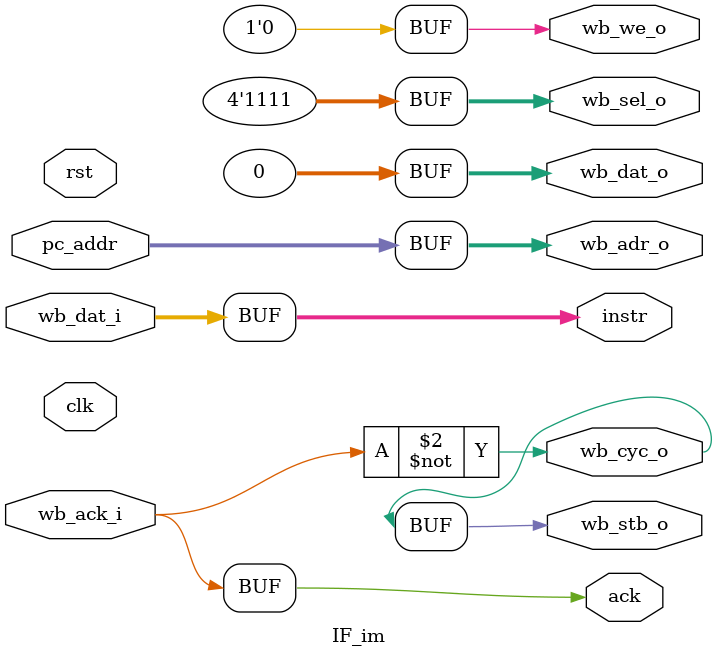
<source format=sv>
module IF_im #(
    parameter ADDR_WIDTH = 32,
    parameter DATA_WIDTH = 32
) (
    input wire clk,
    input wire rst,

    input wire[ADDR_WIDTH-1:0] pc_addr,
    output wire [DATA_WIDTH-1:0] instr,
    output wire ack,

    // wishbone master
    output wire wb_cyc_o, 
    output logic wb_stb_o, 
    input wire wb_ack_i, 
    output wire [ADDR_WIDTH-1:0] wb_adr_o, 
    output wire [DATA_WIDTH-1:0] wb_dat_o, 
    input wire [DATA_WIDTH-1:0] wb_dat_i, 
    output wire [DATA_WIDTH/8-1:0] wb_sel_o, 
    output wire wb_we_o 

);
    // Assembling as a wishbone master driving Instruction Memory.
    assign instr = wb_dat_i;
    assign ack = wb_ack_i;
   
    assign wb_cyc_o = wb_stb_o;
    assign wb_we_o = 1'b0;
    assign wb_dat_o = {DATA_WIDTH{1'b0}};
    assign wb_sel_o = 4'b1111;
    assign wb_adr_o = pc_addr;

    always_comb begin
        wb_stb_o = ~wb_ack_i;
    end
    
endmodule

</source>
